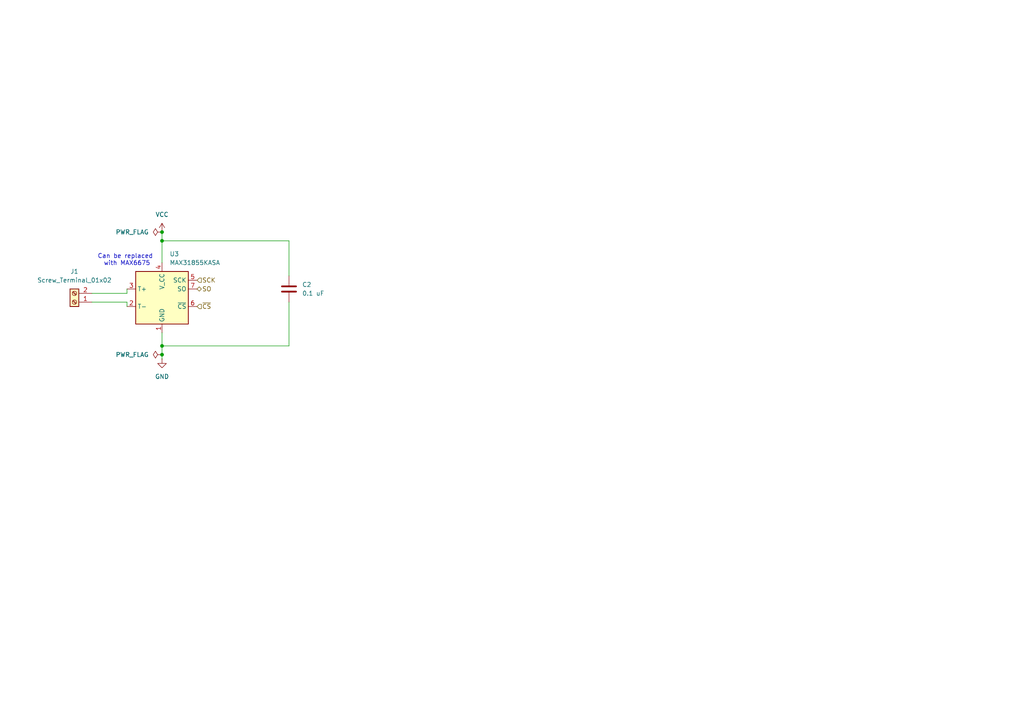
<source format=kicad_sch>
(kicad_sch
	(version 20231120)
	(generator "eeschema")
	(generator_version "8.0")
	(uuid "adc06984-b876-4bd8-8b31-83b56b595e10")
	(paper "A4")
	(lib_symbols
		(symbol "Connector:Screw_Terminal_01x02"
			(pin_names
				(offset 1.016) hide)
			(exclude_from_sim no)
			(in_bom yes)
			(on_board yes)
			(property "Reference" "J"
				(at 0 2.54 0)
				(effects
					(font
						(size 1.27 1.27)
					)
				)
			)
			(property "Value" "Screw_Terminal_01x02"
				(at 0 -5.08 0)
				(effects
					(font
						(size 1.27 1.27)
					)
				)
			)
			(property "Footprint" ""
				(at 0 0 0)
				(effects
					(font
						(size 1.27 1.27)
					)
					(hide yes)
				)
			)
			(property "Datasheet" "~"
				(at 0 0 0)
				(effects
					(font
						(size 1.27 1.27)
					)
					(hide yes)
				)
			)
			(property "Description" "Generic screw terminal, single row, 01x02, script generated (kicad-library-utils/schlib/autogen/connector/)"
				(at 0 0 0)
				(effects
					(font
						(size 1.27 1.27)
					)
					(hide yes)
				)
			)
			(property "ki_keywords" "screw terminal"
				(at 0 0 0)
				(effects
					(font
						(size 1.27 1.27)
					)
					(hide yes)
				)
			)
			(property "ki_fp_filters" "TerminalBlock*:*"
				(at 0 0 0)
				(effects
					(font
						(size 1.27 1.27)
					)
					(hide yes)
				)
			)
			(symbol "Screw_Terminal_01x02_1_1"
				(rectangle
					(start -1.27 1.27)
					(end 1.27 -3.81)
					(stroke
						(width 0.254)
						(type default)
					)
					(fill
						(type background)
					)
				)
				(circle
					(center 0 -2.54)
					(radius 0.635)
					(stroke
						(width 0.1524)
						(type default)
					)
					(fill
						(type none)
					)
				)
				(polyline
					(pts
						(xy -0.5334 -2.2098) (xy 0.3302 -3.048)
					)
					(stroke
						(width 0.1524)
						(type default)
					)
					(fill
						(type none)
					)
				)
				(polyline
					(pts
						(xy -0.5334 0.3302) (xy 0.3302 -0.508)
					)
					(stroke
						(width 0.1524)
						(type default)
					)
					(fill
						(type none)
					)
				)
				(polyline
					(pts
						(xy -0.3556 -2.032) (xy 0.508 -2.8702)
					)
					(stroke
						(width 0.1524)
						(type default)
					)
					(fill
						(type none)
					)
				)
				(polyline
					(pts
						(xy -0.3556 0.508) (xy 0.508 -0.3302)
					)
					(stroke
						(width 0.1524)
						(type default)
					)
					(fill
						(type none)
					)
				)
				(circle
					(center 0 0)
					(radius 0.635)
					(stroke
						(width 0.1524)
						(type default)
					)
					(fill
						(type none)
					)
				)
				(pin passive line
					(at -5.08 0 0)
					(length 3.81)
					(name "Pin_1"
						(effects
							(font
								(size 1.27 1.27)
							)
						)
					)
					(number "1"
						(effects
							(font
								(size 1.27 1.27)
							)
						)
					)
				)
				(pin passive line
					(at -5.08 -2.54 0)
					(length 3.81)
					(name "Pin_2"
						(effects
							(font
								(size 1.27 1.27)
							)
						)
					)
					(number "2"
						(effects
							(font
								(size 1.27 1.27)
							)
						)
					)
				)
			)
		)
		(symbol "Device:C"
			(pin_numbers hide)
			(pin_names
				(offset 0.254)
			)
			(exclude_from_sim no)
			(in_bom yes)
			(on_board yes)
			(property "Reference" "C"
				(at 0.635 2.54 0)
				(effects
					(font
						(size 1.27 1.27)
					)
					(justify left)
				)
			)
			(property "Value" "C"
				(at 0.635 -2.54 0)
				(effects
					(font
						(size 1.27 1.27)
					)
					(justify left)
				)
			)
			(property "Footprint" ""
				(at 0.9652 -3.81 0)
				(effects
					(font
						(size 1.27 1.27)
					)
					(hide yes)
				)
			)
			(property "Datasheet" "~"
				(at 0 0 0)
				(effects
					(font
						(size 1.27 1.27)
					)
					(hide yes)
				)
			)
			(property "Description" "Unpolarized capacitor"
				(at 0 0 0)
				(effects
					(font
						(size 1.27 1.27)
					)
					(hide yes)
				)
			)
			(property "ki_keywords" "cap capacitor"
				(at 0 0 0)
				(effects
					(font
						(size 1.27 1.27)
					)
					(hide yes)
				)
			)
			(property "ki_fp_filters" "C_*"
				(at 0 0 0)
				(effects
					(font
						(size 1.27 1.27)
					)
					(hide yes)
				)
			)
			(symbol "C_0_1"
				(polyline
					(pts
						(xy -2.032 -0.762) (xy 2.032 -0.762)
					)
					(stroke
						(width 0.508)
						(type default)
					)
					(fill
						(type none)
					)
				)
				(polyline
					(pts
						(xy -2.032 0.762) (xy 2.032 0.762)
					)
					(stroke
						(width 0.508)
						(type default)
					)
					(fill
						(type none)
					)
				)
			)
			(symbol "C_1_1"
				(pin passive line
					(at 0 3.81 270)
					(length 2.794)
					(name "~"
						(effects
							(font
								(size 1.27 1.27)
							)
						)
					)
					(number "1"
						(effects
							(font
								(size 1.27 1.27)
							)
						)
					)
				)
				(pin passive line
					(at 0 -3.81 90)
					(length 2.794)
					(name "~"
						(effects
							(font
								(size 1.27 1.27)
							)
						)
					)
					(number "2"
						(effects
							(font
								(size 1.27 1.27)
							)
						)
					)
				)
			)
		)
		(symbol "Sensor_Temperature:MAX31855KASA"
			(exclude_from_sim no)
			(in_bom yes)
			(on_board yes)
			(property "Reference" "U"
				(at -7.62 8.89 0)
				(effects
					(font
						(size 1.27 1.27)
					)
					(justify left)
				)
			)
			(property "Value" "MAX31855KASA"
				(at 1.27 8.89 0)
				(effects
					(font
						(size 1.27 1.27)
					)
					(justify left)
				)
			)
			(property "Footprint" "Package_SO:SOIC-8_3.9x4.9mm_P1.27mm"
				(at 25.4 -8.89 0)
				(effects
					(font
						(size 1.27 1.27)
						(italic yes)
					)
					(hide yes)
				)
			)
			(property "Datasheet" "http://datasheets.maximintegrated.com/en/ds/MAX31855.pdf"
				(at 0 0 0)
				(effects
					(font
						(size 1.27 1.27)
					)
					(hide yes)
				)
			)
			(property "Description" "Cold Junction K-type Termocouple Interface, SPI, SO8"
				(at 0 0 0)
				(effects
					(font
						(size 1.27 1.27)
					)
					(hide yes)
				)
			)
			(property "ki_keywords" "Cold Junction Termocouple Interface SPI"
				(at 0 0 0)
				(effects
					(font
						(size 1.27 1.27)
					)
					(hide yes)
				)
			)
			(property "ki_fp_filters" "SOIC*3.9x4.9mm*P1.27mm*"
				(at 0 0 0)
				(effects
					(font
						(size 1.27 1.27)
					)
					(hide yes)
				)
			)
			(symbol "MAX31855KASA_0_1"
				(rectangle
					(start -7.62 7.62)
					(end 7.62 -7.62)
					(stroke
						(width 0.254)
						(type default)
					)
					(fill
						(type background)
					)
				)
			)
			(symbol "MAX31855KASA_1_1"
				(pin power_in line
					(at 0 -10.16 90)
					(length 2.54)
					(name "GND"
						(effects
							(font
								(size 1.27 1.27)
							)
						)
					)
					(number "1"
						(effects
							(font
								(size 1.27 1.27)
							)
						)
					)
				)
				(pin passive line
					(at -10.16 -2.54 0)
					(length 2.54)
					(name "T-"
						(effects
							(font
								(size 1.27 1.27)
							)
						)
					)
					(number "2"
						(effects
							(font
								(size 1.27 1.27)
							)
						)
					)
				)
				(pin passive line
					(at -10.16 2.54 0)
					(length 2.54)
					(name "T+"
						(effects
							(font
								(size 1.27 1.27)
							)
						)
					)
					(number "3"
						(effects
							(font
								(size 1.27 1.27)
							)
						)
					)
				)
				(pin power_in line
					(at 0 10.16 270)
					(length 2.54)
					(name "V_CC"
						(effects
							(font
								(size 1.27 1.27)
							)
						)
					)
					(number "4"
						(effects
							(font
								(size 1.27 1.27)
							)
						)
					)
				)
				(pin input line
					(at 10.16 5.08 180)
					(length 2.54)
					(name "SCK"
						(effects
							(font
								(size 1.27 1.27)
							)
						)
					)
					(number "5"
						(effects
							(font
								(size 1.27 1.27)
							)
						)
					)
				)
				(pin input line
					(at 10.16 -2.54 180)
					(length 2.54)
					(name "~{CS}"
						(effects
							(font
								(size 1.27 1.27)
							)
						)
					)
					(number "6"
						(effects
							(font
								(size 1.27 1.27)
							)
						)
					)
				)
				(pin tri_state line
					(at 10.16 2.54 180)
					(length 2.54)
					(name "SO"
						(effects
							(font
								(size 1.27 1.27)
							)
						)
					)
					(number "7"
						(effects
							(font
								(size 1.27 1.27)
							)
						)
					)
				)
			)
		)
		(symbol "power:GND"
			(power)
			(pin_numbers hide)
			(pin_names
				(offset 0) hide)
			(exclude_from_sim no)
			(in_bom yes)
			(on_board yes)
			(property "Reference" "#PWR"
				(at 0 -6.35 0)
				(effects
					(font
						(size 1.27 1.27)
					)
					(hide yes)
				)
			)
			(property "Value" "GND"
				(at 0 -3.81 0)
				(effects
					(font
						(size 1.27 1.27)
					)
				)
			)
			(property "Footprint" ""
				(at 0 0 0)
				(effects
					(font
						(size 1.27 1.27)
					)
					(hide yes)
				)
			)
			(property "Datasheet" ""
				(at 0 0 0)
				(effects
					(font
						(size 1.27 1.27)
					)
					(hide yes)
				)
			)
			(property "Description" "Power symbol creates a global label with name \"GND\" , ground"
				(at 0 0 0)
				(effects
					(font
						(size 1.27 1.27)
					)
					(hide yes)
				)
			)
			(property "ki_keywords" "global power"
				(at 0 0 0)
				(effects
					(font
						(size 1.27 1.27)
					)
					(hide yes)
				)
			)
			(symbol "GND_0_1"
				(polyline
					(pts
						(xy 0 0) (xy 0 -1.27) (xy 1.27 -1.27) (xy 0 -2.54) (xy -1.27 -1.27) (xy 0 -1.27)
					)
					(stroke
						(width 0)
						(type default)
					)
					(fill
						(type none)
					)
				)
			)
			(symbol "GND_1_1"
				(pin power_in line
					(at 0 0 270)
					(length 0)
					(name "~"
						(effects
							(font
								(size 1.27 1.27)
							)
						)
					)
					(number "1"
						(effects
							(font
								(size 1.27 1.27)
							)
						)
					)
				)
			)
		)
		(symbol "power:PWR_FLAG"
			(power)
			(pin_numbers hide)
			(pin_names
				(offset 0) hide)
			(exclude_from_sim no)
			(in_bom yes)
			(on_board yes)
			(property "Reference" "#FLG"
				(at 0 1.905 0)
				(effects
					(font
						(size 1.27 1.27)
					)
					(hide yes)
				)
			)
			(property "Value" "PWR_FLAG"
				(at 0 3.81 0)
				(effects
					(font
						(size 1.27 1.27)
					)
				)
			)
			(property "Footprint" ""
				(at 0 0 0)
				(effects
					(font
						(size 1.27 1.27)
					)
					(hide yes)
				)
			)
			(property "Datasheet" "~"
				(at 0 0 0)
				(effects
					(font
						(size 1.27 1.27)
					)
					(hide yes)
				)
			)
			(property "Description" "Special symbol for telling ERC where power comes from"
				(at 0 0 0)
				(effects
					(font
						(size 1.27 1.27)
					)
					(hide yes)
				)
			)
			(property "ki_keywords" "flag power"
				(at 0 0 0)
				(effects
					(font
						(size 1.27 1.27)
					)
					(hide yes)
				)
			)
			(symbol "PWR_FLAG_0_0"
				(pin power_out line
					(at 0 0 90)
					(length 0)
					(name "~"
						(effects
							(font
								(size 1.27 1.27)
							)
						)
					)
					(number "1"
						(effects
							(font
								(size 1.27 1.27)
							)
						)
					)
				)
			)
			(symbol "PWR_FLAG_0_1"
				(polyline
					(pts
						(xy 0 0) (xy 0 1.27) (xy -1.016 1.905) (xy 0 2.54) (xy 1.016 1.905) (xy 0 1.27)
					)
					(stroke
						(width 0)
						(type default)
					)
					(fill
						(type none)
					)
				)
			)
		)
		(symbol "power:VCC"
			(power)
			(pin_numbers hide)
			(pin_names
				(offset 0) hide)
			(exclude_from_sim no)
			(in_bom yes)
			(on_board yes)
			(property "Reference" "#PWR"
				(at 0 -3.81 0)
				(effects
					(font
						(size 1.27 1.27)
					)
					(hide yes)
				)
			)
			(property "Value" "VCC"
				(at 0 3.556 0)
				(effects
					(font
						(size 1.27 1.27)
					)
				)
			)
			(property "Footprint" ""
				(at 0 0 0)
				(effects
					(font
						(size 1.27 1.27)
					)
					(hide yes)
				)
			)
			(property "Datasheet" ""
				(at 0 0 0)
				(effects
					(font
						(size 1.27 1.27)
					)
					(hide yes)
				)
			)
			(property "Description" "Power symbol creates a global label with name \"VCC\""
				(at 0 0 0)
				(effects
					(font
						(size 1.27 1.27)
					)
					(hide yes)
				)
			)
			(property "ki_keywords" "global power"
				(at 0 0 0)
				(effects
					(font
						(size 1.27 1.27)
					)
					(hide yes)
				)
			)
			(symbol "VCC_0_1"
				(polyline
					(pts
						(xy -0.762 1.27) (xy 0 2.54)
					)
					(stroke
						(width 0)
						(type default)
					)
					(fill
						(type none)
					)
				)
				(polyline
					(pts
						(xy 0 0) (xy 0 2.54)
					)
					(stroke
						(width 0)
						(type default)
					)
					(fill
						(type none)
					)
				)
				(polyline
					(pts
						(xy 0 2.54) (xy 0.762 1.27)
					)
					(stroke
						(width 0)
						(type default)
					)
					(fill
						(type none)
					)
				)
			)
			(symbol "VCC_1_1"
				(pin power_in line
					(at 0 0 90)
					(length 0)
					(name "~"
						(effects
							(font
								(size 1.27 1.27)
							)
						)
					)
					(number "1"
						(effects
							(font
								(size 1.27 1.27)
							)
						)
					)
				)
			)
		)
	)
	(junction
		(at 46.99 69.85)
		(diameter 0)
		(color 0 0 0 0)
		(uuid "2de5bd65-68c9-442a-9823-26e2d1b346e5")
	)
	(junction
		(at 46.99 102.87)
		(diameter 0)
		(color 0 0 0 0)
		(uuid "34c055e7-d444-45c2-8f44-8e1f00ec2a8f")
	)
	(junction
		(at 46.99 100.33)
		(diameter 0)
		(color 0 0 0 0)
		(uuid "88312946-4ad8-4cc6-a8a6-ea04ea62c5da")
	)
	(junction
		(at 46.99 67.31)
		(diameter 0)
		(color 0 0 0 0)
		(uuid "938f1802-080f-40f1-a444-fc9d3e49d094")
	)
	(wire
		(pts
			(xy 83.82 87.63) (xy 83.82 100.33)
		)
		(stroke
			(width 0)
			(type default)
		)
		(uuid "0fa07d14-5512-4a1d-9ddb-555f1ead1e96")
	)
	(wire
		(pts
			(xy 46.99 67.31) (xy 46.99 69.85)
		)
		(stroke
			(width 0)
			(type default)
		)
		(uuid "363dd24a-7555-4728-adf8-99763552d35e")
	)
	(wire
		(pts
			(xy 46.99 69.85) (xy 83.82 69.85)
		)
		(stroke
			(width 0)
			(type default)
		)
		(uuid "4821e895-6cee-4329-a492-ee35501ee2f4")
	)
	(wire
		(pts
			(xy 83.82 69.85) (xy 83.82 80.01)
		)
		(stroke
			(width 0)
			(type default)
		)
		(uuid "583f9622-da7b-4fc3-9fa2-00f119f8df4c")
	)
	(wire
		(pts
			(xy 83.82 100.33) (xy 46.99 100.33)
		)
		(stroke
			(width 0)
			(type default)
		)
		(uuid "6df5ca3b-1cb9-4ea8-8bda-548e3c4e9f74")
	)
	(wire
		(pts
			(xy 36.83 85.09) (xy 36.83 83.82)
		)
		(stroke
			(width 0)
			(type default)
		)
		(uuid "73665d3f-5a82-4969-a643-9345213e2c16")
	)
	(wire
		(pts
			(xy 46.99 100.33) (xy 46.99 96.52)
		)
		(stroke
			(width 0)
			(type default)
		)
		(uuid "976e320b-e82e-4dbb-baf3-45cda3ace88c")
	)
	(wire
		(pts
			(xy 36.83 87.63) (xy 36.83 88.9)
		)
		(stroke
			(width 0)
			(type default)
		)
		(uuid "a270e938-4781-425e-9a38-94c63017e3d6")
	)
	(wire
		(pts
			(xy 26.67 87.63) (xy 36.83 87.63)
		)
		(stroke
			(width 0)
			(type default)
		)
		(uuid "ba0bd371-a391-4dc4-9e75-5eb3ec3a6247")
	)
	(wire
		(pts
			(xy 46.99 104.14) (xy 46.99 102.87)
		)
		(stroke
			(width 0)
			(type default)
		)
		(uuid "cca4a073-d62a-4988-b587-3cc8bb62074d")
	)
	(wire
		(pts
			(xy 46.99 102.87) (xy 46.99 100.33)
		)
		(stroke
			(width 0)
			(type default)
		)
		(uuid "d9c6863a-fe38-4002-87fe-db72f69afe85")
	)
	(wire
		(pts
			(xy 46.99 69.85) (xy 46.99 76.2)
		)
		(stroke
			(width 0)
			(type default)
		)
		(uuid "e0691e4e-1527-423e-8180-5710107f7c15")
	)
	(wire
		(pts
			(xy 26.67 85.09) (xy 36.83 85.09)
		)
		(stroke
			(width 0)
			(type default)
		)
		(uuid "f5631a22-370a-4143-bd05-336368e2c287")
	)
	(text "Can be replaced \nwith MAX6675"
		(exclude_from_sim no)
		(at 36.83 75.438 0)
		(effects
			(font
				(size 1.27 1.27)
			)
		)
		(uuid "8012d977-45c3-45a7-8f35-b982aa58cffa")
	)
	(hierarchical_label "SCK"
		(shape input)
		(at 57.15 81.28 0)
		(effects
			(font
				(size 1.27 1.27)
			)
			(justify left)
		)
		(uuid "73dd10d4-a007-40fd-b269-0f915784cbb3")
	)
	(hierarchical_label "SO"
		(shape tri_state)
		(at 57.15 83.82 0)
		(effects
			(font
				(size 1.27 1.27)
			)
			(justify left)
		)
		(uuid "c179c21a-9435-4a7f-8a12-b38ba9641f0b")
	)
	(hierarchical_label "~{CS}"
		(shape input)
		(at 57.15 88.9 0)
		(effects
			(font
				(size 1.27 1.27)
			)
			(justify left)
		)
		(uuid "d7a12edc-d79f-4e2a-9e98-e0983e6f0ed0")
	)
	(symbol
		(lib_id "power:GND")
		(at 46.99 104.14 0)
		(unit 1)
		(exclude_from_sim no)
		(in_bom yes)
		(on_board yes)
		(dnp no)
		(fields_autoplaced yes)
		(uuid "000fcf24-293c-43f1-a59a-1a3aa7724e01")
		(property "Reference" "#PWR04"
			(at 46.99 110.49 0)
			(effects
				(font
					(size 1.27 1.27)
				)
				(hide yes)
			)
		)
		(property "Value" "GND"
			(at 46.99 109.22 0)
			(effects
				(font
					(size 1.27 1.27)
				)
			)
		)
		(property "Footprint" ""
			(at 46.99 104.14 0)
			(effects
				(font
					(size 1.27 1.27)
				)
				(hide yes)
			)
		)
		(property "Datasheet" ""
			(at 46.99 104.14 0)
			(effects
				(font
					(size 1.27 1.27)
				)
				(hide yes)
			)
		)
		(property "Description" "Power symbol creates a global label with name \"GND\" , ground"
			(at 46.99 104.14 0)
			(effects
				(font
					(size 1.27 1.27)
				)
				(hide yes)
			)
		)
		(pin "1"
			(uuid "0111b1fd-3687-4d8e-968b-74b0b6f529f9")
		)
		(instances
			(project "New DAQ"
				(path "/35e73745-790a-4771-a6fa-4a7b069c04ac/0fbd8b5e-1814-457a-9f9f-151c5dcbe4e9"
					(reference "#PWR04")
					(unit 1)
				)
				(path "/35e73745-790a-4771-a6fa-4a7b069c04ac/dabdd250-65a5-4798-8217-7cd08c9a8689"
					(reference "#PWR08")
					(unit 1)
				)
				(path "/35e73745-790a-4771-a6fa-4a7b069c04ac/dc29e9b8-ddf0-424b-859e-ae85fbcd2e58"
					(reference "#PWR06")
					(unit 1)
				)
			)
		)
	)
	(symbol
		(lib_id "power:VCC")
		(at 46.99 67.31 0)
		(unit 1)
		(exclude_from_sim no)
		(in_bom yes)
		(on_board yes)
		(dnp no)
		(fields_autoplaced yes)
		(uuid "06725ced-00b6-435d-a0c3-9061755a685b")
		(property "Reference" "#PWR03"
			(at 46.99 71.12 0)
			(effects
				(font
					(size 1.27 1.27)
				)
				(hide yes)
			)
		)
		(property "Value" "VCC"
			(at 46.99 62.23 0)
			(effects
				(font
					(size 1.27 1.27)
				)
			)
		)
		(property "Footprint" ""
			(at 46.99 67.31 0)
			(effects
				(font
					(size 1.27 1.27)
				)
				(hide yes)
			)
		)
		(property "Datasheet" ""
			(at 46.99 67.31 0)
			(effects
				(font
					(size 1.27 1.27)
				)
				(hide yes)
			)
		)
		(property "Description" "Power symbol creates a global label with name \"VCC\""
			(at 46.99 67.31 0)
			(effects
				(font
					(size 1.27 1.27)
				)
				(hide yes)
			)
		)
		(pin "1"
			(uuid "c1c1f3c6-e932-42cf-a0c0-40d00ec796b1")
		)
		(instances
			(project "New DAQ"
				(path "/35e73745-790a-4771-a6fa-4a7b069c04ac/0fbd8b5e-1814-457a-9f9f-151c5dcbe4e9"
					(reference "#PWR03")
					(unit 1)
				)
				(path "/35e73745-790a-4771-a6fa-4a7b069c04ac/dabdd250-65a5-4798-8217-7cd08c9a8689"
					(reference "#PWR07")
					(unit 1)
				)
				(path "/35e73745-790a-4771-a6fa-4a7b069c04ac/dc29e9b8-ddf0-424b-859e-ae85fbcd2e58"
					(reference "#PWR05")
					(unit 1)
				)
			)
		)
	)
	(symbol
		(lib_id "Connector:Screw_Terminal_01x02")
		(at 21.59 87.63 180)
		(unit 1)
		(exclude_from_sim no)
		(in_bom yes)
		(on_board yes)
		(dnp no)
		(fields_autoplaced yes)
		(uuid "0960b0eb-0d7f-4c13-bdb8-e8fc4c62f05b")
		(property "Reference" "J4"
			(at 21.59 78.74 0)
			(effects
				(font
					(size 1.27 1.27)
				)
			)
		)
		(property "Value" "Screw_Terminal_01x02"
			(at 21.59 81.28 0)
			(effects
				(font
					(size 1.27 1.27)
				)
			)
		)
		(property "Footprint" "TerminalBlock_Phoenix:TerminalBlock_Phoenix_MPT-0,5-2-2.54_1x02_P2.54mm_Horizontal"
			(at 21.59 87.63 0)
			(effects
				(font
					(size 1.27 1.27)
				)
				(hide yes)
			)
		)
		(property "Datasheet" "~"
			(at 21.59 87.63 0)
			(effects
				(font
					(size 1.27 1.27)
				)
				(hide yes)
			)
		)
		(property "Description" "Generic screw terminal, single row, 01x02, script generated (kicad-library-utils/schlib/autogen/connector/)"
			(at 21.59 87.63 0)
			(effects
				(font
					(size 1.27 1.27)
				)
				(hide yes)
			)
		)
		(pin "2"
			(uuid "9877697a-21b3-479a-bda8-ff6d5a0146d0")
		)
		(pin "1"
			(uuid "0bd9d218-c55c-4815-946f-eb00b815d832")
		)
		(instances
			(project "New DAQ"
				(path "/35e73745-790a-4771-a6fa-4a7b069c04ac/0fbd8b5e-1814-457a-9f9f-151c5dcbe4e9"
					(reference "J1")
					(unit 1)
				)
				(path "/35e73745-790a-4771-a6fa-4a7b069c04ac/aa90ac9c-3757-40f8-91bb-42180be0f5be"
					(reference "J4")
					(unit 1)
				)
				(path "/35e73745-790a-4771-a6fa-4a7b069c04ac/dabdd250-65a5-4798-8217-7cd08c9a8689"
					(reference "J3")
					(unit 1)
				)
				(path "/35e73745-790a-4771-a6fa-4a7b069c04ac/dc29e9b8-ddf0-424b-859e-ae85fbcd2e58"
					(reference "J2")
					(unit 1)
				)
			)
		)
	)
	(symbol
		(lib_id "power:PWR_FLAG")
		(at 46.99 102.87 90)
		(unit 1)
		(exclude_from_sim no)
		(in_bom yes)
		(on_board yes)
		(dnp no)
		(fields_autoplaced yes)
		(uuid "6910ec00-3329-4bbc-aa40-c660992952b0")
		(property "Reference" "#FLG04"
			(at 45.085 102.87 0)
			(effects
				(font
					(size 1.27 1.27)
				)
				(hide yes)
			)
		)
		(property "Value" "PWR_FLAG"
			(at 43.18 102.8699 90)
			(effects
				(font
					(size 1.27 1.27)
				)
				(justify left)
			)
		)
		(property "Footprint" ""
			(at 46.99 102.87 0)
			(effects
				(font
					(size 1.27 1.27)
				)
				(hide yes)
			)
		)
		(property "Datasheet" "~"
			(at 46.99 102.87 0)
			(effects
				(font
					(size 1.27 1.27)
				)
				(hide yes)
			)
		)
		(property "Description" "Special symbol for telling ERC where power comes from"
			(at 46.99 102.87 0)
			(effects
				(font
					(size 1.27 1.27)
				)
				(hide yes)
			)
		)
		(pin "1"
			(uuid "b8e59b2f-48f5-4825-a0c4-5afeed74bd72")
		)
		(instances
			(project "New DAQ"
				(path "/35e73745-790a-4771-a6fa-4a7b069c04ac/0fbd8b5e-1814-457a-9f9f-151c5dcbe4e9"
					(reference "#FLG04")
					(unit 1)
				)
				(path "/35e73745-790a-4771-a6fa-4a7b069c04ac/dabdd250-65a5-4798-8217-7cd08c9a8689"
					(reference "#FLG08")
					(unit 1)
				)
				(path "/35e73745-790a-4771-a6fa-4a7b069c04ac/dc29e9b8-ddf0-424b-859e-ae85fbcd2e58"
					(reference "#FLG06")
					(unit 1)
				)
			)
		)
	)
	(symbol
		(lib_id "Device:C")
		(at 83.82 83.82 0)
		(unit 1)
		(exclude_from_sim no)
		(in_bom yes)
		(on_board yes)
		(dnp no)
		(fields_autoplaced yes)
		(uuid "c5154bf3-48e3-4499-8525-2b3de9ed2036")
		(property "Reference" "C2"
			(at 87.63 82.5499 0)
			(effects
				(font
					(size 1.27 1.27)
				)
				(justify left)
			)
		)
		(property "Value" "0.1 uF"
			(at 87.63 85.0899 0)
			(effects
				(font
					(size 1.27 1.27)
				)
				(justify left)
			)
		)
		(property "Footprint" "Capacitor_SMD:C_0603_1608Metric"
			(at 84.7852 87.63 0)
			(effects
				(font
					(size 1.27 1.27)
				)
				(hide yes)
			)
		)
		(property "Datasheet" "~"
			(at 83.82 83.82 0)
			(effects
				(font
					(size 1.27 1.27)
				)
				(hide yes)
			)
		)
		(property "Description" "Unpolarized capacitor"
			(at 83.82 83.82 0)
			(effects
				(font
					(size 1.27 1.27)
				)
				(hide yes)
			)
		)
		(pin "1"
			(uuid "950f7f1e-9053-41f9-980f-6250db701bee")
		)
		(pin "2"
			(uuid "7b505bee-80a7-434e-ad3b-5aa6e0db4a17")
		)
		(instances
			(project "New DAQ"
				(path "/35e73745-790a-4771-a6fa-4a7b069c04ac/0fbd8b5e-1814-457a-9f9f-151c5dcbe4e9"
					(reference "C2")
					(unit 1)
				)
				(path "/35e73745-790a-4771-a6fa-4a7b069c04ac/dabdd250-65a5-4798-8217-7cd08c9a8689"
					(reference "C4")
					(unit 1)
				)
				(path "/35e73745-790a-4771-a6fa-4a7b069c04ac/dc29e9b8-ddf0-424b-859e-ae85fbcd2e58"
					(reference "C3")
					(unit 1)
				)
			)
		)
	)
	(symbol
		(lib_id "Sensor_Temperature:MAX31855KASA")
		(at 46.99 86.36 0)
		(unit 1)
		(exclude_from_sim no)
		(in_bom yes)
		(on_board yes)
		(dnp no)
		(fields_autoplaced yes)
		(uuid "f9df2732-e605-401a-958b-1e3fb5aeaf64")
		(property "Reference" "U3"
			(at 49.1841 73.66 0)
			(effects
				(font
					(size 1.27 1.27)
				)
				(justify left)
			)
		)
		(property "Value" "MAX31855KASA"
			(at 49.1841 76.2 0)
			(effects
				(font
					(size 1.27 1.27)
				)
				(justify left)
			)
		)
		(property "Footprint" "Package_SO:SOIC-8_3.9x4.9mm_P1.27mm"
			(at 72.39 95.25 0)
			(effects
				(font
					(size 1.27 1.27)
					(italic yes)
				)
				(hide yes)
			)
		)
		(property "Datasheet" "http://datasheets.maximintegrated.com/en/ds/MAX31855.pdf"
			(at 46.99 86.36 0)
			(effects
				(font
					(size 1.27 1.27)
				)
				(hide yes)
			)
		)
		(property "Description" "Cold Junction K-type Termocouple Interface, SPI, SO8"
			(at 46.99 86.36 0)
			(effects
				(font
					(size 1.27 1.27)
				)
				(hide yes)
			)
		)
		(pin "5"
			(uuid "273f95ec-03f9-46ee-8af6-644dbe3b640b")
		)
		(pin "3"
			(uuid "ea4858e4-ce20-45da-a5e7-7baf9e1d24ea")
		)
		(pin "1"
			(uuid "532700f4-7b2d-4bab-ae29-8255b7819aef")
		)
		(pin "7"
			(uuid "0eda7a35-7a2d-458e-880f-f6d8c7a5c5e9")
		)
		(pin "4"
			(uuid "81022117-4612-493a-a4e0-cb1866bcaad7")
		)
		(pin "2"
			(uuid "2df371d2-93b2-4734-9522-cb5350a5f82c")
		)
		(pin "6"
			(uuid "8344df47-a46a-4a37-9106-ed6ee3eadd07")
		)
		(instances
			(project "New DAQ"
				(path "/35e73745-790a-4771-a6fa-4a7b069c04ac/0fbd8b5e-1814-457a-9f9f-151c5dcbe4e9"
					(reference "U3")
					(unit 1)
				)
				(path "/35e73745-790a-4771-a6fa-4a7b069c04ac/dabdd250-65a5-4798-8217-7cd08c9a8689"
					(reference "U5")
					(unit 1)
				)
				(path "/35e73745-790a-4771-a6fa-4a7b069c04ac/dc29e9b8-ddf0-424b-859e-ae85fbcd2e58"
					(reference "U4")
					(unit 1)
				)
			)
		)
	)
	(symbol
		(lib_id "power:PWR_FLAG")
		(at 46.99 67.31 90)
		(unit 1)
		(exclude_from_sim no)
		(in_bom yes)
		(on_board yes)
		(dnp no)
		(fields_autoplaced yes)
		(uuid "fb9d511a-6ab0-44f8-ab29-4f76ac834028")
		(property "Reference" "#FLG02"
			(at 45.085 67.31 0)
			(effects
				(font
					(size 1.27 1.27)
				)
				(hide yes)
			)
		)
		(property "Value" "PWR_FLAG"
			(at 43.18 67.3099 90)
			(effects
				(font
					(size 1.27 1.27)
				)
				(justify left)
			)
		)
		(property "Footprint" ""
			(at 46.99 67.31 0)
			(effects
				(font
					(size 1.27 1.27)
				)
				(hide yes)
			)
		)
		(property "Datasheet" "~"
			(at 46.99 67.31 0)
			(effects
				(font
					(size 1.27 1.27)
				)
				(hide yes)
			)
		)
		(property "Description" "Special symbol for telling ERC where power comes from"
			(at 46.99 67.31 0)
			(effects
				(font
					(size 1.27 1.27)
				)
				(hide yes)
			)
		)
		(pin "1"
			(uuid "e646b588-53f7-49b6-9855-60099fee4700")
		)
		(instances
			(project "New DAQ"
				(path "/35e73745-790a-4771-a6fa-4a7b069c04ac/0fbd8b5e-1814-457a-9f9f-151c5dcbe4e9"
					(reference "#FLG03")
					(unit 1)
				)
				(path "/35e73745-790a-4771-a6fa-4a7b069c04ac/aa90ac9c-3757-40f8-91bb-42180be0f5be"
					(reference "#FLG02")
					(unit 1)
				)
				(path "/35e73745-790a-4771-a6fa-4a7b069c04ac/dabdd250-65a5-4798-8217-7cd08c9a8689"
					(reference "#FLG07")
					(unit 1)
				)
				(path "/35e73745-790a-4771-a6fa-4a7b069c04ac/dc29e9b8-ddf0-424b-859e-ae85fbcd2e58"
					(reference "#FLG05")
					(unit 1)
				)
			)
		)
	)
)

</source>
